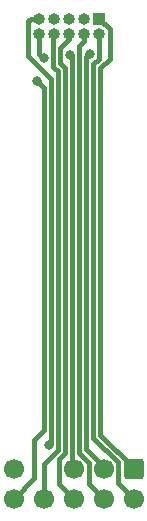
<source format=gbr>
G04 #@! TF.GenerationSoftware,KiCad,Pcbnew,(6.0.2-0)*
G04 #@! TF.CreationDate,2022-06-21T16:49:53+02:00*
G04 #@! TF.ProjectId,JTAG-MINI-ADAPTER,4a544147-2d4d-4494-9e49-2d4144415054,A1*
G04 #@! TF.SameCoordinates,Original*
G04 #@! TF.FileFunction,Copper,L1,Top*
G04 #@! TF.FilePolarity,Positive*
%FSLAX46Y46*%
G04 Gerber Fmt 4.6, Leading zero omitted, Abs format (unit mm)*
G04 Created by KiCad (PCBNEW (6.0.2-0)) date 2022-06-21 16:49:53*
%MOMM*%
%LPD*%
G01*
G04 APERTURE LIST*
G04 Aperture macros list*
%AMRoundRect*
0 Rectangle with rounded corners*
0 $1 Rounding radius*
0 $2 $3 $4 $5 $6 $7 $8 $9 X,Y pos of 4 corners*
0 Add a 4 corners polygon primitive as box body*
4,1,4,$2,$3,$4,$5,$6,$7,$8,$9,$2,$3,0*
0 Add four circle primitives for the rounded corners*
1,1,$1+$1,$2,$3*
1,1,$1+$1,$4,$5*
1,1,$1+$1,$6,$7*
1,1,$1+$1,$8,$9*
0 Add four rect primitives between the rounded corners*
20,1,$1+$1,$2,$3,$4,$5,0*
20,1,$1+$1,$4,$5,$6,$7,0*
20,1,$1+$1,$6,$7,$8,$9,0*
20,1,$1+$1,$8,$9,$2,$3,0*%
G04 Aperture macros list end*
G04 #@! TA.AperFunction,ComponentPad*
%ADD10RoundRect,0.250000X-0.600000X0.600000X-0.600000X-0.600000X0.600000X-0.600000X0.600000X0.600000X0*%
G04 #@! TD*
G04 #@! TA.AperFunction,ComponentPad*
%ADD11C,1.700000*%
G04 #@! TD*
G04 #@! TA.AperFunction,ComponentPad*
%ADD12R,1.000000X1.000000*%
G04 #@! TD*
G04 #@! TA.AperFunction,ComponentPad*
%ADD13O,1.000000X1.000000*%
G04 #@! TD*
G04 #@! TA.AperFunction,ViaPad*
%ADD14C,0.800000*%
G04 #@! TD*
G04 #@! TA.AperFunction,Conductor*
%ADD15C,0.400000*%
G04 #@! TD*
G04 APERTURE END LIST*
D10*
G04 #@! TO.P,J12,1,Pin_1*
G04 #@! TO.N,/S1*
X109500000Y-136830000D03*
D11*
G04 #@! TO.P,J12,2,Pin_2*
G04 #@! TO.N,/S2*
X109500000Y-139370000D03*
G04 #@! TO.P,J12,3,Pin_3*
G04 #@! TO.N,/S3*
X106960000Y-136830000D03*
G04 #@! TO.P,J12,4,Pin_4*
G04 #@! TO.N,/S4*
X106960000Y-139370000D03*
G04 #@! TO.P,J12,5,Pin_5*
G04 #@! TO.N,/S5*
X104420000Y-136830000D03*
G04 #@! TO.P,J12,6,Pin_6*
G04 #@! TO.N,/S6*
X104420000Y-139370000D03*
G04 #@! TO.P,J12,8,Pin_8*
G04 #@! TO.N,/S8*
X101880000Y-139370000D03*
G04 #@! TO.P,J12,9,Pin_9*
G04 #@! TO.N,/S9*
X99340000Y-136830000D03*
G04 #@! TO.P,J12,10,Pin_10*
G04 #@! TO.N,/S10*
X99340000Y-139370000D03*
G04 #@! TD*
D12*
G04 #@! TO.P,J1,1,Pin_1*
G04 #@! TO.N,/S1*
X106580000Y-98730000D03*
D13*
G04 #@! TO.P,J1,2,Pin_2*
G04 #@! TO.N,/S2*
X106580000Y-100000000D03*
G04 #@! TO.P,J1,3,Pin_3*
G04 #@! TO.N,/S3*
X105310000Y-98730000D03*
G04 #@! TO.P,J1,4,Pin_4*
G04 #@! TO.N,/S4*
X105310000Y-100000000D03*
G04 #@! TO.P,J1,5,Pin_5*
G04 #@! TO.N,/S5*
X104040000Y-98730000D03*
G04 #@! TO.P,J1,6,Pin_6*
G04 #@! TO.N,/S6*
X104040000Y-100000000D03*
G04 #@! TO.P,J1,7,Pin_7*
G04 #@! TO.N,unconnected-(J1-Pad7)*
X102770000Y-98730000D03*
G04 #@! TO.P,J1,8,Pin_8*
G04 #@! TO.N,/S8*
X102770000Y-100000000D03*
G04 #@! TO.P,J1,9,Pin_9*
G04 #@! TO.N,/S9*
X101500000Y-98730000D03*
G04 #@! TO.P,J1,10,Pin_10*
G04 #@! TO.N,/S10*
X101500000Y-100000000D03*
G04 #@! TD*
D14*
G04 #@! TO.N,/S3*
X105780500Y-101734187D03*
G04 #@! TO.N,/S5*
X104101940Y-101800000D03*
G04 #@! TO.N,/S9*
X102303380Y-134800000D03*
G04 #@! TO.N,/S10*
X101297964Y-104012836D03*
X101903409Y-102099500D03*
G04 #@! TD*
D15*
G04 #@! TO.N,/S1*
X107479511Y-99627409D02*
X106582102Y-98730000D01*
X109500000Y-136755074D02*
X106700000Y-133955074D01*
X106582102Y-98730000D02*
X106580000Y-98730000D01*
X107479511Y-102120489D02*
X107479511Y-99627409D01*
X106700000Y-102900000D02*
X107479511Y-102120489D01*
X109500000Y-136830000D02*
X109500000Y-136755074D01*
X106700000Y-133955074D02*
X106700000Y-102900000D01*
G04 #@! TO.N,/S2*
X108209511Y-138079511D02*
X109500000Y-139370000D01*
X106100480Y-134203404D02*
X108209511Y-136312435D01*
X106580000Y-100000000D02*
X106580000Y-102119040D01*
X106100480Y-102598560D02*
X106100480Y-134203404D01*
X108209511Y-136312435D02*
X108209511Y-138079511D01*
X106580000Y-102119040D02*
X106100480Y-102598560D01*
G04 #@! TO.N,/S3*
X105500960Y-102013727D02*
X105500960Y-135200960D01*
X106960000Y-136660000D02*
X105500960Y-135200960D01*
X106960000Y-136830000D02*
X106960000Y-136660000D01*
X105780500Y-101734187D02*
X105500960Y-102013727D01*
G04 #@! TO.N,/S4*
X104901440Y-135544364D02*
X105710489Y-136353413D01*
X105710489Y-138120489D02*
X106960000Y-139370000D01*
X104901440Y-101043820D02*
X104901440Y-135544364D01*
X105310000Y-100000000D02*
X105310000Y-100635260D01*
X105310000Y-100635260D02*
X104901440Y-101043820D01*
X105710489Y-136353413D02*
X105710489Y-138120489D01*
G04 #@! TO.N,/S5*
X104101940Y-101800000D02*
X104301920Y-101999980D01*
X104301920Y-136711920D02*
X104420000Y-136830000D01*
X104301920Y-101999980D02*
X104301920Y-136711920D01*
G04 #@! TO.N,/S6*
X104420000Y-139370000D02*
X103276217Y-138226217D01*
X103702400Y-102901440D02*
X103702400Y-135497600D01*
X104040000Y-100000000D02*
X104040000Y-100456260D01*
X103302429Y-102501469D02*
X103702400Y-102901440D01*
X103302429Y-101193831D02*
X103302429Y-102501469D01*
X103170489Y-138120489D02*
X104420000Y-139370000D01*
X103170489Y-136029511D02*
X103170489Y-138120489D01*
X103702400Y-135497600D02*
X103170489Y-136029511D01*
X104040000Y-100456260D02*
X103302429Y-101193831D01*
G04 #@! TO.N,/S8*
X103102880Y-103201440D02*
X103102880Y-135249270D01*
X102770000Y-100000000D02*
X102702909Y-100067091D01*
X102702909Y-102801469D02*
X103102880Y-103201440D01*
X101880000Y-136472150D02*
X101880000Y-139370000D01*
X102702909Y-100067091D02*
X102702909Y-102801469D01*
X103102880Y-135249270D02*
X101880000Y-136472150D01*
G04 #@! TO.N,/S9*
X100600489Y-98922405D02*
X100600489Y-101927260D01*
X102503360Y-103830131D02*
X102503360Y-133696640D01*
X100600489Y-101927260D02*
X102503360Y-103830131D01*
X100792894Y-98730000D02*
X100600489Y-98922405D01*
X102500000Y-134603380D02*
X102303380Y-134800000D01*
X101500000Y-98730000D02*
X100792894Y-98730000D01*
X102500000Y-133700000D02*
X102500000Y-134603380D01*
X102503360Y-133696640D02*
X102500000Y-133700000D01*
G04 #@! TO.N,/S10*
X101297964Y-104012836D02*
X101903840Y-104618712D01*
X101100000Y-137610000D02*
X99340000Y-139370000D01*
X101903840Y-104618712D02*
X101903840Y-133600000D01*
X101903840Y-133600000D02*
X101100000Y-134403840D01*
X101903409Y-102099500D02*
X101500000Y-101696091D01*
X101100000Y-134403840D02*
X101100000Y-137610000D01*
X101500000Y-101696091D02*
X101500000Y-100000000D01*
G04 #@! TD*
M02*

</source>
